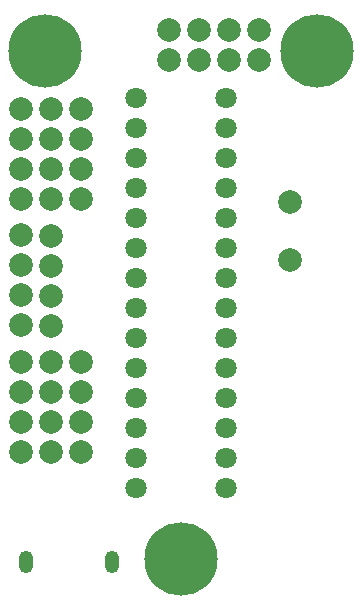
<source format=gbs>
%FSLAX44Y44*%
%MOMM*%
G71*
G01*
G75*
G04 Layer_Color=16711935*
%ADD10R,1.3000X1.5000*%
%ADD11R,1.1000X1.0000*%
%ADD12R,2.1000X2.9000*%
%ADD13R,0.5000X1.6000*%
%ADD14R,1.0000X1.1000*%
%ADD15R,2.4000X3.3000*%
%ADD16R,2.4000X1.0000*%
%ADD17R,1.0000X0.8500*%
%ADD18R,1.0000X0.8500*%
%ADD19R,0.8000X0.8000*%
%ADD20R,2.8000X1.5000*%
%ADD21R,0.8000X0.8000*%
%ADD22R,4.5000X5.0000*%
G04:AMPARAMS|DCode=23|XSize=5.6mm|YSize=2.1mm|CornerRadius=0.525mm|HoleSize=0mm|Usage=FLASHONLY|Rotation=270.000|XOffset=0mm|YOffset=0mm|HoleType=Round|Shape=RoundedRectangle|*
%AMROUNDEDRECTD23*
21,1,5.6000,1.0500,0,0,270.0*
21,1,4.5500,2.1000,0,0,270.0*
1,1,1.0500,-0.5250,-2.2750*
1,1,1.0500,-0.5250,2.2750*
1,1,1.0500,0.5250,2.2750*
1,1,1.0500,0.5250,-2.2750*
%
%ADD23ROUNDEDRECTD23*%
%ADD24C,0.3000*%
%ADD25C,0.5000*%
%ADD26C,0.7500*%
%ADD27C,1.8000*%
%ADD28O,1.0000X1.7000*%
%ADD29C,6.0000*%
%ADD30C,1.6000*%
%ADD31C,0.6000*%
%ADD32C,0.2500*%
%ADD33C,0.1000*%
%ADD34C,0.2000*%
%ADD35C,0.0800*%
%ADD36R,1.5032X1.7032*%
%ADD37R,1.3032X1.2032*%
%ADD38R,2.3032X3.1032*%
%ADD39R,0.7032X1.8032*%
%ADD40R,1.2032X1.3032*%
%ADD41R,2.6032X3.5032*%
%ADD42R,2.6032X1.2032*%
%ADD43R,1.2032X1.0532*%
%ADD44R,1.2032X1.0532*%
%ADD45R,1.0032X1.0032*%
%ADD46R,3.4000X2.1000*%
%ADD47R,1.0032X1.0032*%
%ADD48R,4.7032X5.2032*%
G04:AMPARAMS|DCode=49|XSize=5.8032mm|YSize=2.3032mm|CornerRadius=0.6266mm|HoleSize=0mm|Usage=FLASHONLY|Rotation=270.000|XOffset=0mm|YOffset=0mm|HoleType=Round|Shape=RoundedRectangle|*
%AMROUNDEDRECTD49*
21,1,5.8032,1.0500,0,0,270.0*
21,1,4.5500,2.3032,0,0,270.0*
1,1,1.2532,-0.5250,-2.2750*
1,1,1.2532,-0.5250,2.2750*
1,1,1.2532,0.5250,2.2750*
1,1,1.2532,0.5250,-2.2750*
%
%ADD49ROUNDEDRECTD49*%
%ADD50C,2.0032*%
%ADD51O,1.2032X1.9032*%
%ADD52C,6.2032*%
%ADD53C,1.8032*%
D50*
X1585400Y561600D02*
D03*
Y536200D02*
D03*
Y510800D02*
D03*
Y485400D02*
D03*
X1534600D02*
D03*
Y510800D02*
D03*
Y536200D02*
D03*
Y561600D02*
D03*
X1560000Y485400D02*
D03*
Y510800D02*
D03*
Y536200D02*
D03*
Y561600D02*
D03*
X1735600Y817300D02*
D03*
X1710200D02*
D03*
X1684800D02*
D03*
X1659400D02*
D03*
X1735600Y842700D02*
D03*
X1710200D02*
D03*
X1684800D02*
D03*
X1659400D02*
D03*
X1560000Y775850D02*
D03*
Y750450D02*
D03*
Y725050D02*
D03*
Y699650D02*
D03*
X1534600Y775850D02*
D03*
Y750450D02*
D03*
Y725050D02*
D03*
Y699650D02*
D03*
X1585400D02*
D03*
Y725050D02*
D03*
Y750450D02*
D03*
Y775850D02*
D03*
X1560000Y592000D02*
D03*
Y617400D02*
D03*
Y642800D02*
D03*
Y668200D02*
D03*
X1534600Y669100D02*
D03*
Y643700D02*
D03*
Y618300D02*
D03*
Y592900D02*
D03*
X1762400Y696900D02*
D03*
X1762500Y648100D02*
D03*
D51*
X1538500Y392500D02*
D03*
X1611500D02*
D03*
D52*
X1670000Y395000D02*
D03*
X1785000Y825000D02*
D03*
X1555000D02*
D03*
D53*
X1631900Y454600D02*
D03*
Y480000D02*
D03*
Y505400D02*
D03*
Y530800D02*
D03*
Y556200D02*
D03*
Y581600D02*
D03*
Y607000D02*
D03*
Y632400D02*
D03*
Y657800D02*
D03*
Y683200D02*
D03*
Y708600D02*
D03*
Y734000D02*
D03*
Y759400D02*
D03*
Y784800D02*
D03*
X1708100D02*
D03*
Y759400D02*
D03*
Y734000D02*
D03*
Y708600D02*
D03*
Y683200D02*
D03*
Y657800D02*
D03*
Y632400D02*
D03*
Y607000D02*
D03*
Y581600D02*
D03*
Y556200D02*
D03*
Y530800D02*
D03*
Y505400D02*
D03*
Y480000D02*
D03*
Y454600D02*
D03*
M02*

</source>
